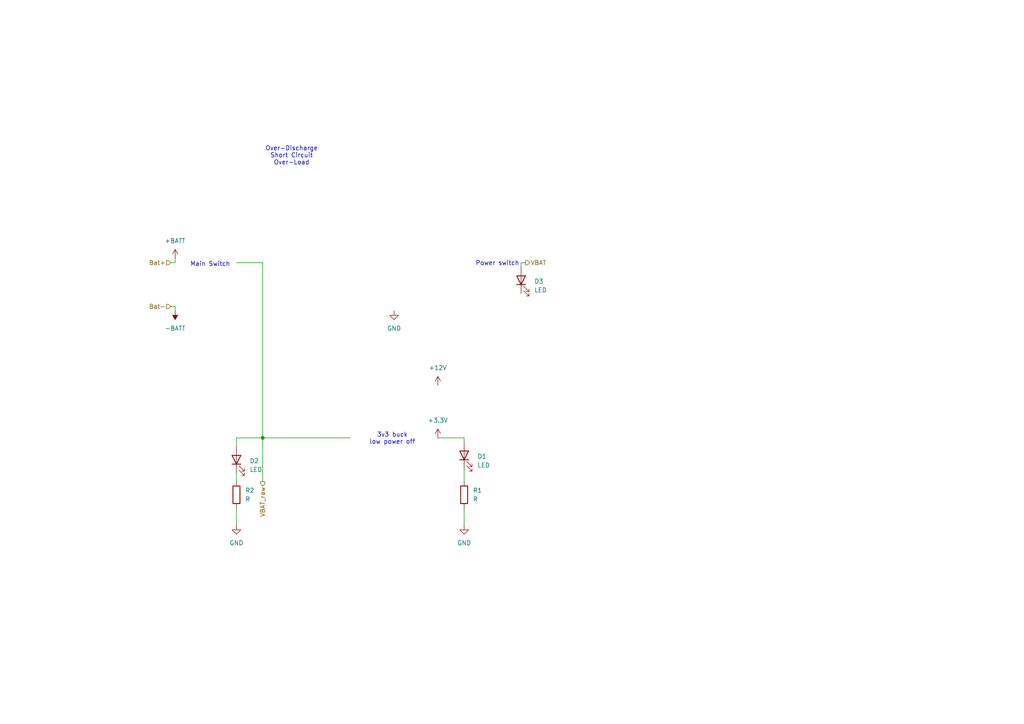
<source format=kicad_sch>
(kicad_sch (version 20250114) (generator "eeschema") (generator_version "9.0")
  (paper "A4")
  (lib_symbols
    (symbol "Device:LED" (pin_numbers (hide yes)) (pin_names (offset 1.016) (hide yes))
      (property "Reference" "D" (at 0 2.54 0))
      (property "Value" "LED" (at 0 -2.54 0))
      (symbol "LED_0_1"
        (polyline (pts (xy -3.048 -0.762) (xy -4.572 -2.286) (xy -3.81 -2.286) (xy -4.572 -2.286) (xy -4.572 -1.524)))
        (polyline (pts (xy -1.778 -0.762) (xy -3.302 -2.286) (xy -2.54 -2.286) (xy -3.302 -2.286) (xy -3.302 -1.524)))
        (polyline (pts (xy -1.27 0) (xy 1.27 0)))
        (polyline (pts (xy -1.27 -1.27) (xy -1.27 1.27)) (stroke (width 0.254)))
        (polyline (pts (xy 1.27 -1.27) (xy 1.27 1.27) (xy -1.27 0) (xy 1.27 -1.27)) (stroke (width 0.254)))
      )
      (symbol "LED_1_1"
        (pin passive line (at -3.81 0 0) (length 2.54) (name "K") (number "1"))
        (pin passive line (at 3.81 0 180) (length 2.54) (name "A") (number "2"))
      )
    )
    (symbol "Device:R" (pin_numbers (hide yes)) (pin_names (offset 0))
      (property "Reference" "R" (at 2.032 0 90))
      (property "Value" "R" (at 0 0 90))
      (symbol "R_0_1"
        (rectangle (start -1.016 -2.54) (end 1.016 2.54) (stroke (width 0.254)))
      )
      (symbol "R_1_1"
        (pin passive line (at 0 3.81 270) (length 1.27) (name "~") (number "1"))
        (pin passive line (at 0 -3.81 90) (length 1.27) (name "~") (number "2"))
      )
    )
    (symbol "power:+12V" (power) (pin_numbers (hide yes)) (pin_names (offset 0) (hide yes))
      (property "Value" "+12V" (at 0 3.556 0))
      (symbol "+12V_0_1"
        (polyline (pts (xy -0.762 1.27) (xy 0 2.54)))
        (polyline (pts (xy 0 2.54) (xy 0.762 1.27)))
        (polyline (pts (xy 0 0) (xy 0 2.54)))
      )
      (symbol "+12V_1_1"
        (pin power_in line (at 0 0 90) (length 0) (name "~") (number "1"))
      )
    )
    (symbol "power:+3.3V" (power) (pin_numbers (hide yes)) (pin_names (offset 0) (hide yes))
      (property "Value" "+3.3V" (at 0 3.556 0))
      (symbol "+3.3V_0_1"
        (polyline (pts (xy -0.762 1.27) (xy 0 2.54)))
        (polyline (pts (xy 0 2.54) (xy 0.762 1.27)))
        (polyline (pts (xy 0 0) (xy 0 2.54)))
      )
      (symbol "+3.3V_1_1"
        (pin power_in line (at 0 0 90) (length 0) (name "~") (number "1"))
      )
    )
    (symbol "power:+BATT" (power) (pin_numbers (hide yes)) (pin_names (offset 0) (hide yes))
      (property "Value" "+BATT" (at 0 3.556 0))
      (symbol "+BATT_0_1"
        (polyline (pts (xy -0.762 1.27) (xy 0 2.54)))
        (polyline (pts (xy 0 2.54) (xy 0.762 1.27)))
        (polyline (pts (xy 0 0) (xy 0 2.54)))
      )
      (symbol "+BATT_1_1"
        (pin power_in line (at 0 0 90) (length 0) (name "~") (number "1"))
      )
    )
    (symbol "power:-BATT" (power) (pin_numbers (hide yes)) (pin_names (offset 0) (hide yes))
      (property "Value" "-BATT" (at 0 3.556 0))
      (symbol "-BATT_0_1"
        (polyline (pts (xy 0 0) (xy 0 2.54)))
        (polyline (pts (xy 0.762 1.27) (xy -0.762 1.27) (xy 0 2.54) (xy 0.762 1.27)) (fill (type outline)))
      )
      (symbol "-BATT_1_1"
        (pin power_in line (at 0 0 90) (length 0) (name "~") (number "1"))
      )
    )
    (symbol "power:GND" (power) (pin_numbers (hide yes)) (pin_names (offset 0) (hide yes))
      (property "Value" "GND" (at 0 -3.81 0))
      (symbol "GND_0_1"
        (polyline (pts (xy 0 0) (xy 0 -1.27) (xy 1.27 -1.27) (xy 0 -2.54) (xy -1.27 -1.27) (xy 0 -1.27)))
      )
      (symbol "GND_1_1"
        (pin power_in line (at 0 0 270) (length 0) (name "~") (number "1"))
      )
    )
  )
  (text "Power switch" (at 144.272 76.454 0) (effects (font (size 1.27 1.27))))
  (text "Main Switch" (at 60.96 76.708 0) (effects (font (size 1.27 1.27))))
  (text "3v3 buck\nlow power off" (at 113.792 127.254 0) (effects (font (size 1.27 1.27))))
  (text "Over-Discharge\nShort Circuit\nOver-Load" (at 84.582 45.212 0) (effects (font (size 1.27 1.27))))
  (junction (at 76.2 127))
  (wire (pts (xy 134.62 147.32) (xy 134.62 152.4)))
  (wire (pts (xy 151.13 76.2) (xy 151.13 77.47)))
  (wire (pts (xy 49.53 88.9) (xy 50.8 88.9)))
  (wire (pts (xy 68.58 137.16) (xy 68.58 139.7)))
  (wire (pts (xy 68.58 76.2) (xy 76.2 76.2)))
  (wire (pts (xy 127 127) (xy 134.62 127)))
  (wire (pts (xy 68.58 127) (xy 76.2 127)))
  (wire (pts (xy 76.2 76.2) (xy 76.2 127)))
  (wire (pts (xy 50.8 76.2) (xy 49.53 76.2)))
  (wire (pts (xy 50.8 74.93) (xy 50.8 76.2)))
  (wire (pts (xy 68.58 147.32) (xy 68.58 152.4)))
  (wire (pts (xy 76.2 127) (xy 76.2 139.7)))
  (wire (pts (xy 50.8 88.9) (xy 50.8 90.17)))
  (wire (pts (xy 134.62 135.89) (xy 134.62 139.7)))
  (wire (pts (xy 134.62 127) (xy 134.62 128.27)))
  (wire (pts (xy 68.58 129.54) (xy 68.58 127)))
  (wire (pts (xy 76.2 127) (xy 101.6 127)))
  (wire (pts (xy 152.4 76.2) (xy 151.13 76.2)))
  (hierarchical_label "Bat-" (shape input) (at 49.53 88.9 180))
  (hierarchical_label "VBAT_raw" (shape output) (at 76.2 139.7 270))
  (hierarchical_label "Bat+" (shape input) (at 49.53 76.2 180))
  (hierarchical_label "VBAT" (shape output) (at 152.4 76.2 0))
  (symbol (lib_id "power:GND") (at 68.58 152.4 0) (unit 1)
    (property "Reference" "#PWR06" (effects (hide yes)))
    (property "Value" "GND" (at 68.58 157.48 0))
    (property "Description" "Power symbol creates a global label with name \"GND\" , ground" (effects (hide yes)))
  )
  (symbol (lib_id "power:GND") (at 114.3 90.17 0) (unit 1)
    (property "Reference" "#PWR03" (effects (hide yes)))
    (property "Value" "GND" (at 114.3 95.25 0))
    (property "Description" "Power symbol creates a global label with name \"GND\" , ground" (effects (hide yes)))
  )
  (symbol (lib_id "power:+BATT") (at 50.8 74.93 0) (unit 1)
    (property "Reference" "#PWR01" (effects (hide yes)))
    (property "Value" "+BATT" (at 50.8 69.85 0))
    (property "Description" "Power symbol creates a global label with name \"+BATT\"" (effects (hide yes)))
  )
  (symbol (lib_id "power:+12V") (at 127 111.76 0) (unit 1)
    (property "Reference" "#PWR010" (effects (hide yes)))
    (property "Value" "+12V" (at 127 106.68 0))
    (property "Description" "Power symbol creates a global label with name \"+12V\"" (effects (hide yes)))
  )
  (symbol (lib_id "power:-BATT") (at 50.8 90.17 180) (unit 1)
    (property "Reference" "#PWR02" (effects (hide yes)))
    (property "Value" "-BATT" (at 50.8 95.25 0))
    (property "Description" "Power symbol creates a global label with name \"-BATT\"" (effects (hide yes)))
  )
  (symbol (lib_id "Device:LED") (at 68.58 133.35 90) (unit 1)
    (property "Reference" "D2" (at 72.39 133.6674 90) (effects (justify right)))
    (property "Value" "LED" (at 72.39 136.2074 90) (effects (justify right)))
    (property "Description" "Light emitting diode" (effects (hide yes)))
    (property "Sim.Pins" "1=K 2=A" (effects (hide yes)))
  )
  (symbol (lib_id "power:+3.3V") (at 127 127 0) (unit 1)
    (property "Reference" "#PWR04" (effects (hide yes)))
    (property "Value" "+3.3V" (at 127 121.92 0))
    (property "Description" "Power symbol creates a global label with name \"+3.3V\"" (effects (hide yes)))
  )
  (symbol (lib_id "power:GND") (at 134.62 152.4 0) (unit 1)
    (property "Reference" "#PWR05" (effects (hide yes)))
    (property "Value" "GND" (at 134.62 157.48 0))
    (property "Description" "Power symbol creates a global label with name \"GND\" , ground" (effects (hide yes)))
  )
  (symbol (lib_id "Device:R") (at 68.58 143.51 0) (unit 1)
    (property "Reference" "R2" (at 71.12 142.2399 0) (effects (justify left)))
    (property "Value" "R" (at 71.12 144.7799 0) (effects (justify left)))
    (property "Description" "Resistor" (effects (hide yes)))
  )
  (symbol (lib_id "Device:LED") (at 151.13 81.28 90) (unit 1)
    (property "Reference" "D3" (at 154.94 81.5974 90) (effects (justify right)))
    (property "Value" "LED" (at 154.94 84.1374 90) (effects (justify right)))
    (property "Description" "Light emitting diode" (effects (hide yes)))
    (property "Sim.Pins" "1=K 2=A" (effects (hide yes)))
  )
  (symbol (lib_id "Device:LED") (at 134.62 132.08 90) (unit 1)
    (property "Reference" "D1" (at 138.43 132.3974 90) (effects (justify right)))
    (property "Value" "LED" (at 138.43 134.9374 90) (effects (justify right)))
    (property "Description" "Light emitting diode" (effects (hide yes)))
    (property "Sim.Pins" "1=K 2=A" (effects (hide yes)))
  )
  (symbol (lib_id "Device:R") (at 134.62 143.51 0) (unit 1)
    (property "Reference" "R1" (at 137.16 142.2399 0) (effects (justify left)))
    (property "Value" "R" (at 137.16 144.7799 0) (effects (justify left)))
    (property "Description" "Resistor" (effects (hide yes)))
  )
)
</source>
